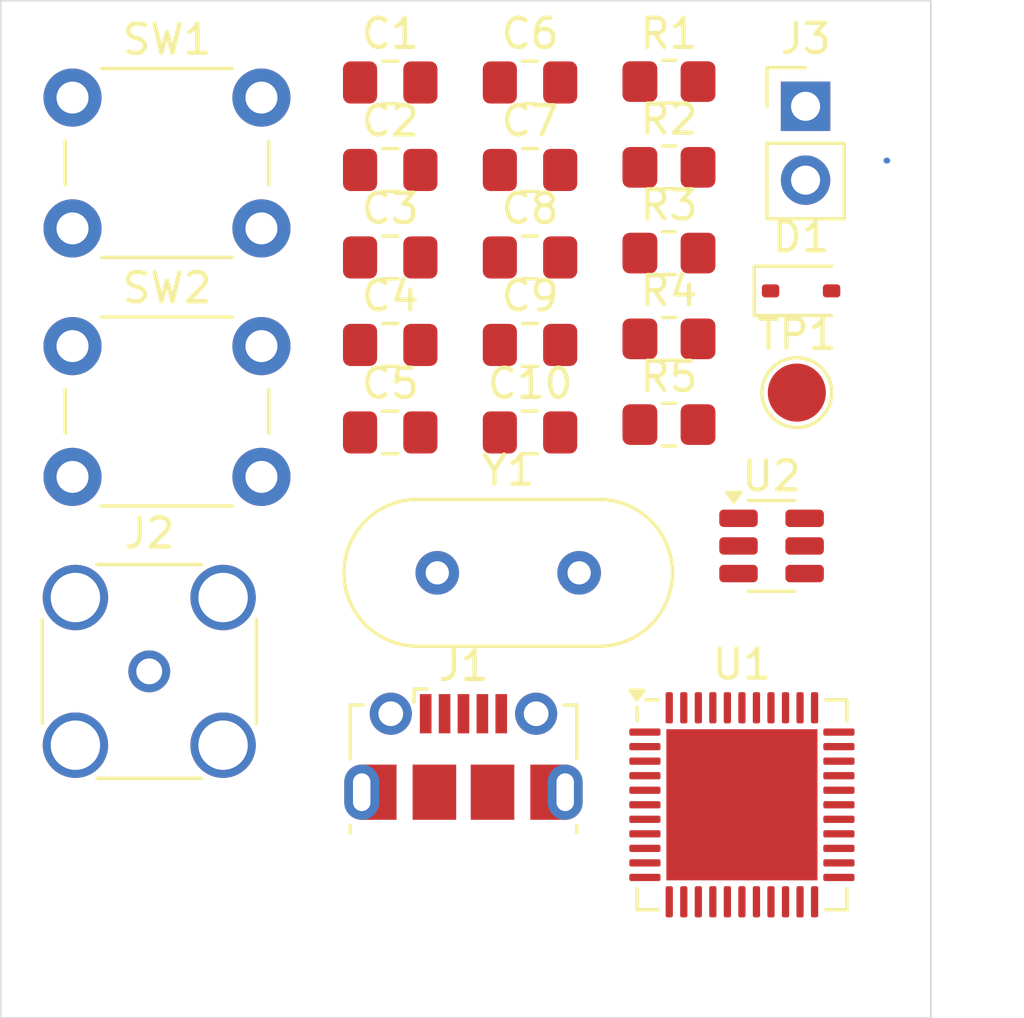
<source format=kicad_pcb>
(kicad_pcb (version 20241229) (generator "pcbnew") (generator_version "9.0")
  (layers (0 "F.Cu" signal) (2 "B.Cu" signal) (13 "F.Paste" user) (15 "B.Paste" user) (5 "F.SilkS" user "F.Silkscreen") (7 "B.SilkS" user "B.Silkscreen") (1 "F.Mask" user) (3 "B.Mask" user) (25 "Edge.Cuts" user))
  (net 0 "")
  (net 1 "Net-(U1-XTAL2)")
  (net 2 "GND")
  (net 3 "Net-(U1-XTAL1)")
  (net 4 "Net-(D1-K)")
  (net 5 "Net-(U2-+)")
  (net 6 "Net-(U1-UCAP)")
  (net 7 "5V")
  (net 15 "Net-(J1-D-)")
  (net 18 "Net-(J1-D+)")
  (net 19 "Net-(J2-In)")
  (net 20 "Net-(U1-D+)")
  (net 21 "Net-(SW2-A)")
  (net 22 "Net-(U2--)")
  (net 23 "Net-(U1-PD7)")
  (net 24 "Net-(U1-D-)")
  (net 25 "Net-(SW1-B)")
  (footprint "Capacitor_SMD:C_0805_2012Metric_Pad1.18x1.45mm_HandSolder" (layer "F.Cu") (at 116.71 118.3525)
    (property "Reference" "C10" (at 0 -1.68 0) (layer "F.SilkS"))
    (property "Value" "100n")
    (fp_line (start -0.261252 -0.735) (end 0.261252 -0.735) (stroke (width 0.12)) (layer "F.SilkS"))
    (fp_line (start -0.261252 0.735) (end 0.261252 0.735) (stroke (width 0.12)) (layer "F.SilkS"))
    (pad "1" smd roundrect (at -1.0375 0) (size 1.175 1.45) (layers "F.Cu" "F.Mask" "F.Paste") (roundrect_rratio 0.212766) (net 2 "GND"))
    (pad "2" smd roundrect (at 1.0375 0) (size 1.175 1.45) (layers "F.Cu" "F.Mask" "F.Paste") (roundrect_rratio 0.212766) (net 7 "5V"))
  )
  (footprint "Connector_PinHeader_2.54mm:PinHeader_1x02_P2.54mm_Vertical" (layer "F.Cu") (at 126.19 107.1325)
    (property "Reference" "J3" (at 0 -2.33 0) (layer "F.SilkS"))
    (property "Value" "Conn_01x02_Socket")
    (fp_line (start -1.33 -1.33) (end 0 -1.33) (stroke (width 0.12)) (layer "F.SilkS"))
    (fp_line (start -1.33 0) (end -1.33 -1.33) (stroke (width 0.12)) (layer "F.SilkS"))
    (fp_line (start -1.33 1.27) (end -1.33 3.87) (stroke (width 0.12)) (layer "F.SilkS"))
    (fp_line (start -1.33 1.27) (end 1.33 1.27) (stroke (width 0.12)) (layer "F.SilkS"))
    (fp_line (start -1.33 3.87) (end 1.33 3.87) (stroke (width 0.12)) (layer "F.SilkS"))
    (fp_line (start 1.33 1.27) (end 1.33 3.87) (stroke (width 0.12)) (layer "F.SilkS"))
    (pad "1" thru_hole rect (at 0 0) (size 1.7 1.7) (drill 1) (layers "*.Cu" "*.Mask") (net 7 "5V"))
    (pad "2" thru_hole oval (at 0 2.54) (size 1.7 1.7) (drill 1) (layers "*.Cu" "*.Mask") (net 2 "GND"))
  )
  (footprint "Resistor_SMD:R_0805_2012Metric_Pad1.20x1.40mm_HandSolder" (layer "F.Cu") (at 121.49 112.1825)
    (property "Reference" "R3" (at 0 -1.65 0) (layer "F.SilkS"))
    (property "Value" "5k")
    (fp_line (start -0.227064 -0.735) (end 0.227064 -0.735) (stroke (width 0.12)) (layer "F.SilkS"))
    (fp_line (start -0.227064 0.735) (end 0.227064 0.735) (stroke (width 0.12)) (layer "F.SilkS"))
    (pad "1" smd roundrect (at -1 0) (size 1.2 1.4) (layers "F.Cu" "F.Mask" "F.Paste") (roundrect_rratio 0.208333) (net 22 "Net-(U2--)"))
    (pad "2" smd roundrect (at 1 0) (size 1.2 1.4) (layers "F.Cu" "F.Mask" "F.Paste") (roundrect_rratio 0.208333) (net 4 "Net-(D1-K)"))
  )
  (footprint "Capacitor_SMD:C_0805_2012Metric_Pad1.18x1.45mm_HandSolder" (layer "F.Cu") (at 111.9 115.3425)
    (property "Reference" "C4" (at 0 -1.68 0) (layer "F.SilkS"))
    (property "Value" "18pF")
    (fp_line (start -0.261252 -0.735) (end 0.261252 -0.735) (stroke (width 0.12)) (layer "F.SilkS"))
    (fp_line (start -0.261252 0.735) (end 0.261252 0.735) (stroke (width 0.12)) (layer "F.SilkS"))
    (pad "1" smd roundrect (at -1.0375 0) (size 1.175 1.45) (layers "F.Cu" "F.Mask" "F.Paste") (roundrect_rratio 0.212766) (net 2 "GND"))
    (pad "2" smd roundrect (at 1.0375 0) (size 1.175 1.45) (layers "F.Cu" "F.Mask" "F.Paste") (roundrect_rratio 0.212766) (net 5 "Net-(U2-+)"))
  )
  (footprint "Button_Switch_THT:SW_PUSH_6mm" (layer "F.Cu") (at 100.97 106.8325)
    (property "Reference" "SW1" (at 3.25 -2 0) (layer "F.SilkS"))
    (property "Value" "~")
    (fp_line (start -0.25 1.5) (end -0.25 3) (stroke (width 0.12)) (layer "F.SilkS"))
    (fp_line (start 1 5.5) (end 5.5 5.5) (stroke (width 0.12)) (layer "F.SilkS"))
    (fp_line (start 5.5 -1) (end 1 -1) (stroke (width 0.12)) (layer "F.SilkS"))
    (fp_line (start 6.75 3) (end 6.75 1.5) (stroke (width 0.12)) (layer "F.SilkS"))
    (pad "1" thru_hole circle (at 0 0 90) (size 2 2) (drill 1.1) (layers "*.Cu" "*.Mask") (net 2 "GND"))
    (pad "1" thru_hole circle (at 6.5 0 90) (size 2 2) (drill 1.1) (layers "*.Cu" "*.Mask") (net 2 "GND"))
    (pad "2" thru_hole circle (at 0 4.5 90) (size 2 2) (drill 1.1) (layers "*.Cu" "*.Mask") (net 25 "Net-(SW1-B)"))
    (pad "2" thru_hole circle (at 6.5 4.5 90) (size 2 2) (drill 1.1) (layers "*.Cu" "*.Mask") (net 25 "Net-(SW1-B)"))
  )
  (footprint "Capacitor_SMD:C_0805_2012Metric_Pad1.18x1.45mm_HandSolder" (layer "F.Cu") (at 116.71 106.3125)
    (property "Reference" "C6" (at 0 -1.68 0) (layer "F.SilkS"))
    (property "Value" "100n")
    (fp_line (start -0.261252 -0.735) (end 0.261252 -0.735) (stroke (width 0.12)) (layer "F.SilkS"))
    (fp_line (start -0.261252 0.735) (end 0.261252 0.735) (stroke (width 0.12)) (layer "F.SilkS"))
    (pad "1" smd roundrect (at -1.0375 0) (size 1.175 1.45) (layers "F.Cu" "F.Mask" "F.Paste") (roundrect_rratio 0.212766) (net 7 "5V"))
    (pad "2" smd roundrect (at 1.0375 0) (size 1.175 1.45) (layers "F.Cu" "F.Mask" "F.Paste") (roundrect_rratio 0.212766) (net 2 "GND"))
  )
  (footprint "Capacitor_SMD:C_0805_2012Metric_Pad1.18x1.45mm_HandSolder" (layer "F.Cu") (at 116.71 112.3325)
    (property "Reference" "C8" (at 0 -1.68 0) (layer "F.SilkS"))
    (property "Value" "100n")
    (fp_line (start -0.261252 -0.735) (end 0.261252 -0.735) (stroke (width 0.12)) (layer "F.SilkS"))
    (fp_line (start -0.261252 0.735) (end 0.261252 0.735) (stroke (width 0.12)) (layer "F.SilkS"))
    (pad "1" smd roundrect (at -1.0375 0) (size 1.175 1.45) (layers "F.Cu" "F.Mask" "F.Paste") (roundrect_rratio 0.212766) (net 7 "5V"))
    (pad "2" smd roundrect (at 1.0375 0) (size 1.175 1.45) (layers "F.Cu" "F.Mask" "F.Paste") (roundrect_rratio 0.212766) (net 2 "GND"))
  )
  (footprint "Capacitor_SMD:C_0805_2012Metric_Pad1.18x1.45mm_HandSolder" (layer "F.Cu") (at 116.71 115.3425)
    (property "Reference" "C9" (at 0 -1.68 0) (layer "F.SilkS"))
    (property "Value" "100n")
    (fp_line (start -0.261252 -0.735) (end 0.261252 -0.735) (stroke (width 0.12)) (layer "F.SilkS"))
    (fp_line (start -0.261252 0.735) (end 0.261252 0.735) (stroke (width 0.12)) (layer "F.SilkS"))
    (pad "1" smd roundrect (at -1.0375 0) (size 1.175 1.45) (layers "F.Cu" "F.Mask" "F.Paste") (roundrect_rratio 0.212766) (net 7 "5V"))
    (pad "2" smd roundrect (at 1.0375 0) (size 1.175 1.45) (layers "F.Cu" "F.Mask" "F.Paste") (roundrect_rratio 0.212766) (net 2 "GND"))
  )
  (footprint "Capacitor_SMD:C_0805_2012Metric_Pad1.18x1.45mm_HandSolder" (layer "F.Cu") (at 111.9 109.3225)
    (property "Reference" "C2" (at 0 -1.68 0) (layer "F.SilkS"))
    (property "Value" "18pF")
    (fp_line (start -0.261252 -0.735) (end 0.261252 -0.735) (stroke (width 0.12)) (layer "F.SilkS"))
    (fp_line (start -0.261252 0.735) (end 0.261252 0.735) (stroke (width 0.12)) (layer "F.SilkS"))
    (pad "1" smd roundrect (at -1.0375 0) (size 1.175 1.45) (layers "F.Cu" "F.Mask" "F.Paste") (roundrect_rratio 0.212766) (net 2 "GND"))
    (pad "2" smd roundrect (at 1.0375 0) (size 1.175 1.45) (layers "F.Cu" "F.Mask" "F.Paste") (roundrect_rratio 0.212766) (net 3 "Net-(U1-XTAL1)"))
  )
  (footprint "Resistor_SMD:R_0805_2012Metric_Pad1.20x1.40mm_HandSolder" (layer "F.Cu") (at 121.49 118.0825)
    (property "Reference" "R5" (at 0 -1.65 0) (layer "F.SilkS"))
    (property "Value" "22")
    (fp_line (start -0.227064 -0.735) (end 0.227064 -0.735) (stroke (width 0.12)) (layer "F.SilkS"))
    (fp_line (start -0.227064 0.735) (end 0.227064 0.735) (stroke (width 0.12)) (layer "F.SilkS"))
    (pad "1" smd roundrect (at -1 0) (size 1.2 1.4) (layers "F.Cu" "F.Mask" "F.Paste") (roundrect_rratio 0.208333) (net 15 "Net-(J1-D-)"))
    (pad "2" smd roundrect (at 1 0) (size 1.2 1.4) (layers "F.Cu" "F.Mask" "F.Paste") (roundrect_rratio 0.208333) (net 24 "Net-(U1-D-)"))
  )
  (footprint "Package_DFN_QFN:QFN-44-1EP_7x7mm_P0.5mm_EP5.2x5.2mm" (layer "F.Cu") (at 124 131.1625)
    (property "Reference" "U1" (at 0 -4.83 0) (layer "F.SilkS"))
    (property "Value" "ATmega16U4-M")
    (fp_line (start -3.61 -2.885) (end -3.61 -3.37) (stroke (width 0.12)) (layer "F.SilkS"))
    (fp_line (start -3.61 3.61) (end -3.61 2.885) (stroke (width 0.12)) (layer "F.SilkS"))
    (fp_line (start -2.885 -3.61) (end -3.31 -3.61) (stroke (width 0.12)) (layer "F.SilkS"))
    (fp_line (start -2.885 3.61) (end -3.61 3.61) (stroke (width 0.12)) (layer "F.SilkS"))
    (fp_line (start 2.885 -3.61) (end 3.61 -3.61) (stroke (width 0.12)) (layer "F.SilkS"))
    (fp_line (start 2.885 3.61) (end 3.61 3.61) (stroke (width 0.12)) (layer "F.SilkS"))
    (fp_line (start 3.61 -3.61) (end 3.61 -2.885) (stroke (width 0.12)) (layer "F.SilkS"))
    (fp_line (start 3.61 3.61) (end 3.61 2.885) (stroke (width 0.12)) (layer "F.SilkS"))
    (fp_poly (pts (xy -3.61 -3.61) (xy -3.85 -3.94) (xy -3.37 -3.94) (xy -3.61 -3.61)) (stroke (width 0.12)) (fill yes) (layer "F.SilkS"))
    (pad "1" smd roundrect (at -3.3375 -2.5) (size 1.075 0.25) (layers "F.Cu" "F.Mask" "F.Paste"))
    (pad "2" smd roundrect (at -3.3375 -2) (size 1.075 0.25) (layers "F.Cu" "F.Mask" "F.Paste") (net 7 "5V"))
    (pad "3" smd roundrect (at -3.3375 -1.5) (size 1.075 0.25) (layers "F.Cu" "F.Mask" "F.Paste") (net 24 "Net-(U1-D-)"))
    (pad "4" smd roundrect (at -3.3375 -1) (size 1.075 0.25) (layers "F.Cu" "F.Mask" "F.Paste") (net 20 "Net-(U1-D+)"))
    (pad "5" smd roundrect (at -3.3375 -0.5) (size 1.075 0.25) (layers "F.Cu" "F.Mask" "F.Paste") (net 2 "GND"))
    (pad "6" smd roundrect (at -3.3375 0) (size 1.075 0.25) (layers "F.Cu" "F.Mask" "F.Paste") (net 6 "Net-(U1-UCAP)"))
    (pad "7" smd roundrect (at -3.3375 0.5) (size 1.075 0.25) (layers "F.Cu" "F.Mask" "F.Paste") (net 7 "5V"))
    (pad "8" smd roundrect (at -3.3375 1) (size 1.075 0.25) (layers "F.Cu" "F.Mask" "F.Paste"))
    (pad "9" smd roundrect (at -3.3375 1.5) (size 1.075 0.25) (layers "F.Cu" "F.Mask" "F.Paste"))
    (pad "10" smd roundrect (at -3.3375 2) (size 1.075 0.25) (layers "F.Cu" "F.Mask" "F.Paste"))
    (pad "11" smd roundrect (at -3.3375 2.5) (size 1.075 0.25) (layers "F.Cu" "F.Mask" "F.Paste"))
    (pad "12" smd roundrect (at -2.5 3.3375) (size 0.25 1.075) (layers "F.Cu" "F.Mask" "F.Paste"))
    (pad "13" smd roundrect (at -2 3.3375) (size 0.25 1.075) (layers "F.Cu" "F.Mask" "F.Paste") (net 25 "Net-(SW1-B)"))
    (pad "14" smd roundrect (at -1.5 3.3375) (size 0.25 1.075) (layers "F.Cu" "F.Mask" "F.Paste") (net 7 "5V"))
    (pad "15" smd roundrect (at -1 3.3375) (size 0.25 1.075) (layers "F.Cu" "F.Mask" "F.Paste") (net 2 "GND"))
    (pad "16" smd roundrect (at -0.5 3.3375) (size 0.25 1.075) (layers "F.Cu" "F.Mask" "F.Paste") (net 1 "Net-(U1-XTAL2)"))
    (pad "17" smd roundrect (at 0 3.3375) (size 0.25 1.075) (layers "F.Cu" "F.Mask" "F.Paste") (net 3 "Net-(U1-XTAL1)"))
    (pad "18" smd roundrect (at 0.5 3.3375) (size 0.25 1.075) (layers "F.Cu" "F.Mask" "F.Paste"))
    (pad "19" smd roundrect (at 1 3.3375) (size 0.25 1.075) (layers "F.Cu" "F.Mask" "F.Paste"))
    (pad "20" smd roundrect (at 1.5 3.3375) (size 0.25 1.075) (layers "F.Cu" "F.Mask" "F.Paste"))
    (pad "21" smd roundrect (at 2 3.3375) (size 0.25 1.075) (layers "F.Cu" "F.Mask" "F.Paste"))
    (pad "22" smd roundrect (at 2.5 3.3375) (size 0.25 1.075) (layers "F.Cu" "F.Mask" "F.Paste"))
    (pad "23" smd roundrect (at 3.3375 2.5) (size 1.075 0.25) (layers "F.Cu" "F.Mask" "F.Paste") (net 2 "GND"))
    (pad "24" smd roundrect (at 3.3375 2) (size 1.075 0.25) (layers "F.Cu" "F.Mask" "F.Paste") (net 7 "5V"))
    (pad "25" smd roundrect (at 3.3375 1.5) (size 1.075 0.25) (layers "F.Cu" "F.Mask" "F.Paste") (net 19 "Net-(J2-In)"))
    (pad "26" smd roundrect (at 3.3375 1) (size 1.075 0.25) (layers "F.Cu" "F.Mask" "F.Paste"))
    (pad "27" smd roundrect (at 3.3375 0.5) (size 1.075 0.25) (layers "F.Cu" "F.Mask" "F.Paste") (net 23 "Net-(U1-PD7)"))
    (pad "28" smd roundrect (at 3.3375 0) (size 1.075 0.25) (layers "F.Cu" "F.Mask" "F.Paste"))
    (pad "29" smd roundrect (at 3.3375 -0.5) (size 1.075 0.25) (layers "F.Cu" "F.Mask" "F.Paste"))
    (pad "30" smd roundrect (at 3.3375 -1) (size 1.075 0.25) (layers "F.Cu" "F.Mask" "F.Paste"))
    (pad "31" smd roundrect (at 3.3375 -1.5) (size 1.075 0.25) (layers "F.Cu" "F.Mask" "F.Paste"))
    (pad "32" smd roundrect (at 3.3375 -2) (size 1.075 0.25) (layers "F.Cu" "F.Mask" "F.Paste"))
    (pad "33" smd roundrect (at 3.3375 -2.5) (size 1.075 0.25) (layers "F.Cu" "F.Mask" "F.Paste") (net 21 "Net-(SW2-A)"))
    (pad "34" smd roundrect (at 2.5 -3.3375) (size 0.25 1.075) (layers "F.Cu" "F.Mask" "F.Paste") (net 7 "5V"))
    (pad "35" smd roundrect (at 2 -3.3375) (size 0.25 1.075) (layers "F.Cu" "F.Mask" "F.Paste") (net 2 "GND"))
    (pad "36" smd roundrect (at 1.5 -3.3375) (size 0.25 1.075) (layers "F.Cu" "F.Mask" "F.Paste"))
    (pad "37" smd roundrect (at 1 -3.3375) (size 0.25 1.075) (layers "F.Cu" "F.Mask" "F.Paste"))
    (pad "38" smd roundrect (at 0.5 -3.3375) (size 0.25 1.075) (layers "F.Cu" "F.Mask" "F.Paste"))
    (pad "39" smd roundrect (at 0 -3.3375) (size 0.25 1.075) (layers "F.Cu" "F.Mask" "F.Paste"))
    (pad "40" smd roundrect (at -0.5 -3.3375) (size 0.25 1.075) (layers "F.Cu" "F.Mask" "F.Paste"))
    (pad "41" smd roundrect (at -1 -3.3375) (size 0.25 1.075) (layers "F.Cu" "F.Mask" "F.Paste"))
    (pad "42" smd roundrect (at -1.5 -3.3375) (size 0.25 1.075) (layers "F.Cu" "F.Mask" "F.Paste"))
    (pad "43" smd roundrect (at -2 -3.3375) (size 0.25 1.075) (layers "F.Cu" "F.Mask" "F.Paste") (net 2 "GND"))
    (pad "44" smd roundrect (at -2.5 -3.3375) (size 0.25 1.075) (layers "F.Cu" "F.Mask" "F.Paste") (net 7 "5V"))
    (pad "45" smd rect (at 0 0) (size 5.2 5.2) (property pad_prop_heatsink) (layers "F.Cu" "F.Mask") (net 2 "GND"))
  )
  (footprint "Connector_USB:USB_Micro-B_Molex-105017-0001" (layer "F.Cu") (at 114.42 129.4925)
    (property "Reference" "J1" (at 0 -3.1125 0) (layer "F.SilkS"))
    (property "Value" "USB_OTG")
    (fp_line (start -3.9 -1.7625) (end -3.45 -1.7625) (stroke (width 0.12)) (layer "F.SilkS"))
    (fp_line (start -3.9 0.0875) (end -3.9 -1.7625) (stroke (width 0.12)) (layer "F.SilkS"))
    (fp_line (start -3.9 2.6375) (end -3.9 2.3875) (stroke (width 0.12)) (layer "F.SilkS"))
    (fp_line (start -1.7 -2.3125) (end -1.7 -1.8625) (stroke (width 0.12)) (layer "F.SilkS"))
    (fp_line (start -1.7 -2.3125) (end -1.25 -2.3125) (stroke (width 0.12)) (layer "F.SilkS"))
    (fp_line (start 3.9 -1.7625) (end 3.45 -1.7625) (stroke (width 0.12)) (layer "F.SilkS"))
    (fp_line (start 3.9 0.0875) (end 3.9 -1.7625) (stroke (width 0.12)) (layer "F.SilkS"))
    (fp_line (start 3.9 2.6375) (end 3.9 2.3875) (stroke (width 0.12)) (layer "F.SilkS"))
    (pad "1" smd rect (at -1.3 -1.4625) (size 0.4 1.35) (layers "F.Cu" "F.Mask" "F.Paste") (net 7 "5V"))
    (pad "2" smd rect (at -0.65 -1.4625) (size 0.4 1.35) (layers "F.Cu" "F.Mask" "F.Paste") (net 15 "Net-(J1-D-)"))
    (pad "3" smd rect (at 0 -1.4625) (size 0.4 1.35) (layers "F.Cu" "F.Mask" "F.Paste") (net 18 "Net-(J1-D+)"))
    (pad "4" smd rect (at 0.65 -1.4625) (size 0.4 1.35) (layers "F.Cu" "F.Mask" "F.Paste"))
    (pad "5" smd rect (at 1.3 -1.4625) (size 0.4 1.35) (layers "F.Cu" "F.Mask" "F.Paste") (net 2 "GND"))
    (pad "6" thru_hole oval (at -3.5 1.2375 180) (size 1.2 1.9) (drill oval 0.6 1.3) (property pad_prop_heatsink) (layers "*.Cu" "*.Mask"))
    (pad "6" smd rect (at -2.9 1.2375) (size 1.2 1.9) (layers "F.Cu" "F.Mask"))
    (pad "6" thru_hole circle (at -2.5 -1.4625) (size 1.45 1.45) (drill 0.85) (property pad_prop_heatsink) (layers "*.Cu" "*.Mask"))
    (pad "6" smd rect (at -1 1.2375) (size 1.5 1.9) (layers "F.Cu" "F.Mask" "F.Paste"))
    (pad "6" smd rect (at 1 1.2375) (size 1.5 1.9) (layers "F.Cu" "F.Mask" "F.Paste"))
    (pad "6" thru_hole circle (at 2.5 -1.4625) (size 1.45 1.45) (drill 0.85) (property pad_prop_heatsink) (layers "*.Cu" "*.Mask"))
    (pad "6" smd rect (at 2.9 1.2375) (size 1.2 1.9) (layers "F.Cu" "F.Mask"))
    (pad "6" thru_hole oval (at 3.5 1.2375) (size 1.2 1.9) (drill oval 0.6 1.3) (property pad_prop_heatsink) (layers "*.Cu" "*.Mask"))
  )
  (footprint "Capacitor_SMD:C_0805_2012Metric_Pad1.18x1.45mm_HandSolder" (layer "F.Cu") (at 111.9 106.3125)
    (property "Reference" "C1" (at 0 -1.68 0) (layer "F.SilkS"))
    (property "Value" "18pF")
    (fp_line (start -0.261252 -0.735) (end 0.261252 -0.735) (stroke (width 0.12)) (layer "F.SilkS"))
    (fp_line (start -0.261252 0.735) (end 0.261252 0.735) (stroke (width 0.12)) (layer "F.SilkS"))
    (pad "1" smd roundrect (at -1.0375 0) (size 1.175 1.45) (layers "F.Cu" "F.Mask" "F.Paste") (roundrect_rratio 0.212766) (net 1 "Net-(U1-XTAL2)"))
    (pad "2" smd roundrect (at 1.0375 0) (size 1.175 1.45) (layers "F.Cu" "F.Mask" "F.Paste") (roundrect_rratio 0.212766) (net 2 "GND"))
  )
  (footprint "Resistor_SMD:R_0805_2012Metric_Pad1.20x1.40mm_HandSolder" (layer "F.Cu") (at 121.49 109.2325)
    (property "Reference" "R2" (at 0 -1.65 0) (layer "F.SilkS"))
    (property "Value" "5k")
    (fp_line (start -0.227064 -0.735) (end 0.227064 -0.735) (stroke (width 0.12)) (layer "F.SilkS"))
    (fp_line (start -0.227064 0.735) (end 0.227064 0.735) (stroke (width 0.12)) (layer "F.SilkS"))
    (pad "1" smd roundrect (at -1 0) (size 1.2 1.4) (layers "F.Cu" "F.Mask" "F.Paste") (roundrect_rratio 0.208333) (net 7 "5V"))
    (pad "2" smd roundrect (at 1 0) (size 1.2 1.4) (layers "F.Cu" "F.Mask" "F.Paste") (roundrect_rratio 0.208333) (net 21 "Net-(SW2-A)"))
  )
  (footprint "Diode_SMD:D_SOD-323" (layer "F.Cu") (at 126.035 113.4825)
    (property "Reference" "D1" (at 0 -1.85 0) (layer "F.SilkS"))
    (property "Value" "10pF")
    (fp_line (start -1.61 -0.85) (end -1.61 0.85) (stroke (width 0.12)) (layer "F.SilkS"))
    (fp_line (start -1.61 -0.85) (end 1.05 -0.85) (stroke (width 0.12)) (layer "F.SilkS"))
    (fp_line (start -1.61 0.85) (end 1.05 0.85) (stroke (width 0.12)) (layer "F.SilkS"))
    (pad "1" smd roundrect (at -1.05 0) (size 0.6 0.45) (layers "F.Cu" "F.Mask" "F.Paste") (net 4 "Net-(D1-K)"))
    (pad "2" smd roundrect (at 1.05 0) (size 0.6 0.45) (layers "F.Cu" "F.Mask" "F.Paste") (net 2 "GND"))
  )
  (footprint "Resistor_SMD:R_0805_2012Metric_Pad1.20x1.40mm_HandSolder" (layer "F.Cu") (at 121.49 106.2825)
    (property "Reference" "R1" (at 0 -1.65 0) (layer "F.SilkS"))
    (property "Value" "22")
    (fp_line (start -0.227064 -0.735) (end 0.227064 -0.735) (stroke (width 0.12)) (layer "F.SilkS"))
    (fp_line (start -0.227064 0.735) (end 0.227064 0.735) (stroke (width 0.12)) (layer "F.SilkS"))
    (pad "1" smd roundrect (at -1 0) (size 1.2 1.4) (layers "F.Cu" "F.Mask" "F.Paste") (roundrect_rratio 0.208333) (net 18 "Net-(J1-D+)"))
    (pad "2" smd roundrect (at 1 0) (size 1.2 1.4) (layers "F.Cu" "F.Mask" "F.Paste") (roundrect_rratio 0.208333) (net 20 "Net-(U1-D+)"))
  )
  (footprint "Crystal:Crystal_HC49-U_Vertical" (layer "F.Cu") (at 113.52 123.1825)
    (property "Reference" "Y1" (at 2.44 -3.525 0) (layer "F.SilkS"))
    (property "Value" "Crystal")
    (fp_line (start -0.685 -2.525) (end 5.565 -2.525) (stroke (width 0.12)) (layer "F.SilkS"))
    (fp_line (start -0.685 2.525) (end 5.565 2.525) (stroke (width 0.12)) (layer "F.SilkS"))
    (fp_arc (start -0.685 2.525) (mid -3.21 0) (end -0.685 -2.525) (stroke (width 0.12)) (layer "F.SilkS"))
    (fp_arc (start 5.565 -2.525) (mid 8.09 0) (end 5.565 2.525) (stroke (width 0.12)) (layer "F.SilkS"))
    (pad "1" thru_hole circle (at 0 0) (size 1.5 1.5) (drill 0.8) (layers "*.Cu" "*.Mask") (net 3 "Net-(U1-XTAL1)"))
    (pad "2" thru_hole circle (at 4.88 0) (size 1.5 1.5) (drill 0.8) (layers "*.Cu" "*.Mask") (net 1 "Net-(U1-XTAL2)"))
  )
  (footprint "Button_Switch_THT:SW_PUSH_6mm" (layer "F.Cu") (at 100.97 115.3825)
    (property "Reference" "SW2" (at 3.25 -2 0) (layer "F.SilkS"))
    (property "Value" "~")
    (fp_line (start -0.25 1.5) (end -0.25 3) (stroke (width 0.12)) (layer "F.SilkS"))
    (fp_line (start 1 5.5) (end 5.5 5.5) (stroke (width 0.12)) (layer "F.SilkS"))
    (fp_line (start 5.5 -1) (end 1 -1) (stroke (width 0.12)) (layer "F.SilkS"))
    (fp_line (start 6.75 3) (end 6.75 1.5) (stroke (width 0.12)) (layer "F.SilkS"))
    (pad "1" thru_hole circle (at 0 0 90) (size 2 2) (drill 1.1) (layers "*.Cu" "*.Mask") (net 21 "Net-(SW2-A)"))
    (pad "1" thru_hole circle (at 6.5 0 90) (size 2 2) (drill 1.1) (layers "*.Cu" "*.Mask") (net 21 "Net-(SW2-A)"))
    (pad "2" thru_hole circle (at 0 4.5 90) (size 2 2) (drill 1.1) (layers "*.Cu" "*.Mask") (net 2 "GND"))
    (pad "2" thru_hole circle (at 6.5 4.5 90) (size 2 2) (drill 1.1) (layers "*.Cu" "*.Mask") (net 2 "GND"))
  )
  (footprint "Capacitor_SMD:C_0805_2012Metric_Pad1.18x1.45mm_HandSolder" (layer "F.Cu") (at 111.9 118.3525)
    (property "Reference" "C5" (at 0 -1.68 0) (layer "F.SilkS"))
    (property "Value" "1u")
    (fp_line (start -0.261252 -0.735) (end 0.261252 -0.735) (stroke (width 0.12)) (layer "F.SilkS"))
    (fp_line (start -0.261252 0.735) (end 0.261252 0.735) (stroke (width 0.12)) (layer "F.SilkS"))
    (pad "1" smd roundrect (at -1.0375 0) (size 1.175 1.45) (layers "F.Cu" "F.Mask" "F.Paste") (roundrect_rratio 0.212766) (net 6 "Net-(U1-UCAP)"))
    (pad "2" smd roundrect (at 1.0375 0) (size 1.175 1.45) (layers "F.Cu" "F.Mask" "F.Paste") (roundrect_rratio 0.212766) (net 2 "GND"))
  )
  (footprint "Connector_Coaxial:SMA_Amphenol_132134-14_Vertical" (layer "F.Cu") (at 103.61 126.5725)
    (property "Reference" "J2" (at 0 -4.75 0) (layer "F.SilkS"))
    (property "Value" "Conn_Coaxial")
    (fp_line (start -3.68 -1.8) (end -3.68 1.8) (stroke (width 0.12)) (layer "F.SilkS"))
    (fp_line (start -1.8 -3.68) (end 1.8 -3.68) (stroke (width 0.12)) (layer "F.SilkS"))
    (fp_line (start -1.8 3.68) (end 1.8 3.68) (stroke (width 0.12)) (layer "F.SilkS"))
    (fp_line (start 3.68 -1.8) (end 3.68 1.8) (stroke (width 0.12)) (layer "F.SilkS"))
    (pad "1" thru_hole circle (at 0 0) (size 1.44 1.44) (drill 0.89) (layers "*.Cu" "*.Mask") (net 19 "Net-(J2-In)"))
    (pad "2" thru_hole circle (at -2.54 -2.54) (size 2.25 2.25) (drill 1.7) (layers "*.Cu" "*.Mask") (net 2 "GND"))
    (pad "2" thru_hole circle (at -2.54 2.54) (size 2.25 2.25) (drill 1.7) (layers "*.Cu" "*.Mask") (net 2 "GND"))
    (pad "2" thru_hole circle (at 2.54 -2.54) (size 2.25 2.25) (drill 1.7) (layers "*.Cu" "*.Mask") (net 2 "GND"))
    (pad "2" thru_hole circle (at 2.54 2.54) (size 2.25 2.25) (drill 1.7) (layers "*.Cu" "*.Mask") (net 2 "GND"))
  )
  (footprint "Capacitor_SMD:C_0805_2012Metric_Pad1.18x1.45mm_HandSolder" (layer "F.Cu") (at 111.9 112.3325)
    (property "Reference" "C3" (at 0 -1.68 0) (layer "F.SilkS"))
    (property "Value" "10nF")
    (fp_line (start -0.261252 -0.735) (end 0.261252 -0.735) (stroke (width 0.12)) (layer "F.SilkS"))
    (fp_line (start -0.261252 0.735) (end 0.261252 0.735) (stroke (width 0.12)) (layer "F.SilkS"))
    (pad "1" smd roundrect (at -1.0375 0) (size 1.175 1.45) (layers "F.Cu" "F.Mask" "F.Paste") (roundrect_rratio 0.212766) (net 4 "Net-(D1-K)"))
    (pad "2" smd roundrect (at 1.0375 0) (size 1.175 1.45) (layers "F.Cu" "F.Mask" "F.Paste") (roundrect_rratio 0.212766) (net 3 "Net-(U1-XTAL1)"))
  )
  (footprint "Capacitor_SMD:C_0805_2012Metric_Pad1.18x1.45mm_HandSolder" (layer "F.Cu") (at 116.71 109.3225)
    (property "Reference" "C7" (at 0 -1.68 0) (layer "F.SilkS"))
    (property "Value" "100n")
    (fp_line (start -0.261252 -0.735) (end 0.261252 -0.735) (stroke (width 0.12)) (layer "F.SilkS"))
    (fp_line (start -0.261252 0.735) (end 0.261252 0.735) (stroke (width 0.12)) (layer "F.SilkS"))
    (pad "1" smd roundrect (at -1.0375 0) (size 1.175 1.45) (layers "F.Cu" "F.Mask" "F.Paste") (roundrect_rratio 0.212766) (net 7 "5V"))
    (pad "2" smd roundrect (at 1.0375 0) (size 1.175 1.45) (layers "F.Cu" "F.Mask" "F.Paste") (roundrect_rratio 0.212766) (net 2 "GND"))
  )
  (footprint "Package_TO_SOT_SMD:TSOT-23-6" (layer "F.Cu") (at 125.02 122.2575)
    (property "Reference" "U2" (at 0 -2.4 0) (layer "F.SilkS"))
    (property "Value" "LMH6611")
    (fp_line (start 0 -1.56) (end -0.8 -1.56) (stroke (width 0.12)) (layer "F.SilkS"))
    (fp_line (start 0 -1.56) (end 0.8 -1.56) (stroke (width 0.12)) (layer "F.SilkS"))
    (fp_line (start 0 1.56) (end -0.8 1.56) (stroke (width 0.12)) (layer "F.SilkS"))
    (fp_line (start 0 1.56) (end 0.8 1.56) (stroke (width 0.12)) (layer "F.SilkS"))
    (fp_poly (pts (xy -1.3 -1.51) (xy -1.54 -1.84) (xy -1.06 -1.84) (xy -1.3 -1.51)) (stroke (width 0.12)) (fill yes) (layer "F.SilkS"))
    (pad "1" smd roundrect (at -1.1375 -0.95) (size 1.325 0.6) (layers "F.Cu" "F.Mask" "F.Paste") (net 22 "Net-(U2--)"))
    (pad "2" smd roundrect (at -1.1375 0) (size 1.325 0.6) (layers "F.Cu" "F.Mask" "F.Paste") (net 2 "GND"))
    (pad "3" smd roundrect (at -1.1375 0.95) (size 1.325 0.6) (layers "F.Cu" "F.Mask" "F.Paste") (net 5 "Net-(U2-+)"))
    (pad "4" smd roundrect (at 1.1375 0.95) (size 1.325 0.6) (layers "F.Cu" "F.Mask" "F.Paste") (net 22 "Net-(U2--)"))
    (pad "5" smd roundrect (at 1.1375 0) (size 1.325 0.6) (layers "F.Cu" "F.Mask" "F.Paste"))
    (pad "6" smd roundrect (at 1.1375 -0.95) (size 1.325 0.6) (layers "F.Cu" "F.Mask" "F.Paste") (net 7 "5V"))
  )
  (footprint "Resistor_SMD:R_0805_2012Metric_Pad1.20x1.40mm_HandSolder" (layer "F.Cu") (at 121.49 115.1325)
    (property "Reference" "R4" (at 0 -1.65 0) (layer "F.SilkS"))
    (property "Value" "5k")
    (fp_line (start -0.227064 -0.735) (end 0.227064 -0.735) (stroke (width 0.12)) (layer "F.SilkS"))
    (fp_line (start -0.227064 0.735) (end 0.227064 0.735) (stroke (width 0.12)) (layer "F.SilkS"))
    (pad "1" smd roundrect (at -1 0) (size 1.2 1.4) (layers "F.Cu" "F.Mask" "F.Paste") (roundrect_rratio 0.208333) (net 23 "Net-(U1-PD7)"))
    (pad "2" smd roundrect (at 1 0) (size 1.2 1.4) (layers "F.Cu" "F.Mask" "F.Paste") (roundrect_rratio 0.208333) (net 5 "Net-(U2-+)"))
  )
  (footprint "TestPoint:TestPoint_Pad_D2.0mm" (layer "F.Cu") (at 125.89 116.9825)
    (property "Reference" "TP1" (at 0 -1.998 0) (layer "F.SilkS"))
    (property "Value" "TestPoint")
    (fp_circle (center 0 0) (end 0 1.2) (stroke (width 0.12)) (fill no) (layer "F.SilkS"))
    (pad "1" smd circle (at 0 0) (size 2 2) (layers "F.Cu" "F.Mask") (net 23 "Net-(U1-PD7)"))
  )
  (gr_rect (start 98.5 103.5) (end 130.5 138.5) (stroke (width 0.05)) (fill no) (layer "Edge.Cuts"))
  (segment (start 128.9725 109) (end 129 109) (width 0.2) (layer "B.Cu") (net 2))
)
</source>
